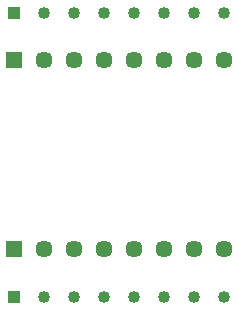
<source format=gbl>
G04 (created by PCBNEW-RS274X (2011-aug-04)-testing) date Tue 12 Feb 2013 03:11:26 PM PST*
G01*
G70*
G90*
%MOIN*%
G04 Gerber Fmt 3.4, Leading zero omitted, Abs format*
%FSLAX34Y34*%
G04 APERTURE LIST*
%ADD10C,0.006000*%
%ADD11C,0.057000*%
%ADD12R,0.057000X0.057000*%
%ADD13C,0.040000*%
%ADD14R,0.040000X0.040000*%
G04 APERTURE END LIST*
G54D10*
G54D11*
X23799Y-29449D03*
X24799Y-29449D03*
X25799Y-29449D03*
X26799Y-29449D03*
X27799Y-29449D03*
X28799Y-29449D03*
G54D12*
X22799Y-29449D03*
G54D11*
X29799Y-29449D03*
X23799Y-23150D03*
X24799Y-23150D03*
X25799Y-23150D03*
X26799Y-23150D03*
X27799Y-23150D03*
X28799Y-23150D03*
G54D12*
X22799Y-23150D03*
G54D11*
X29799Y-23150D03*
G54D13*
X25799Y-31024D03*
X24799Y-31024D03*
X23799Y-31024D03*
G54D14*
X22799Y-31024D03*
G54D13*
X26799Y-31024D03*
X27799Y-31024D03*
X28799Y-31024D03*
X29799Y-31024D03*
X25799Y-21575D03*
X24799Y-21575D03*
X23799Y-21575D03*
G54D14*
X22799Y-21575D03*
G54D13*
X26799Y-21575D03*
X27799Y-21575D03*
X28799Y-21575D03*
X29799Y-21575D03*
M02*

</source>
